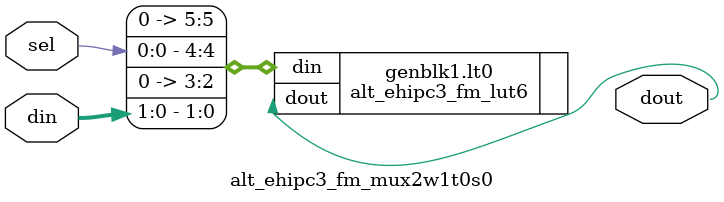
<source format=v>




`timescale 1ps/1ps

// DESCRIPTION
// 2:1 MUX of 1 bit words.  Latency 0.
// Generated by one of Gregg's toys.   Share And Enjoy.

module alt_ehipc3_fm_mux2w1t0s0 #(
    parameter SIM_EMULATE = 1'b0
) (
    input [1:0] din,
    input sel,
    output dout
);

generate
if (SIM_EMULATE) begin
    assign dout = sel ? din[1] : din[0];

end else begin
    alt_ehipc3_fm_lut6 lt0 (.din({1'b0,sel,2'b0,din}),.dout(dout));
    defparam lt0 .SIM_EMULATE = SIM_EMULATE;
    defparam lt0 .MASK = 64'hff00f0f0ccccaaaa;

end
endgenerate
endmodule

`ifdef QUESTA_INTEL_OEM
`pragma questa_oem_00 "iNcmQeM5R+2wXyQcrIvK9Aed2O3DNv4QGFTpmcaGURS3nf96+gCegtWg50e6rleWE64VT4+790Ghs95mog/VHoEYybDIGn5EoWfqpEPzBOW06ogVsMbRm79acU6L09a0INNw7swJhWgHQdzl07TrCbOuFN5j/YV4soVomm30RbpyPicKqaC/jMGdl00awWTRKYI/LlUWB2031x5qz4fwVbhj6DvZKYVLlQLmylj6M7sXACyi7uHF0rHz6TUyen8cYOukzAYM5mpRE4wmt4LCFAhEyooPbgE9z5Ko3IcapKBO4nabdAmwAQTxAoGJb0GZfMfY3TtsdOvuwUycLN6tR9IIfIivxUky2FO5flrzUennFmSMZdMG5Ht27I1cN2YizJd+2fHYKt0OiGUeUorURsIHKCf08uZNV6COGezS30Fcl9nG28Z6h7M4RWaSeDpUWr3JmKf/tsu2mRKCa3yhnB6jJpJNI8P/tygXk8Or6fzO6f5WKDLEC5MCP1FOXBflzVQ1N4ONw8rnjkAdOPMRjwaY7FeggxP0BHJ1NJov0LGczspZXTbwnPPaV+ApLhrcHnC7fiMm19y11YhMZmoqjbFnulytlfXQm2utdMDyv8bUb+Rdy4r1aezWfQF/i2MH4/qv2BWq2F28x+s+20NalFLqm+bAP5Z4dxESm1/dlPI1ESwhaGoaidDqWUmhvDUMAGrEXlRHdzoF+v20KIsTP1KbC8bu4y261McliZV2Dr7vpIqNUL7VmN57+ai6AzfL2lkAWQby9u0DhD6UctwFgptkA4pitCD3V0FWCaAPTNQ8gvqvpDgt293GGqI22h4DOing0Z9MBmK1sGPP+qb+eN+YBER4HJgUjDXWYT12KWlYy9i4o+49Zj7bEpuEbdttG+aZ3hwS3yHev/slpnKNohpPQ+/3aY6fdIUIBeEHwZsBWZ+GR3gI8CKDYJDaEOLM2IkKvfmGZoLx3qbAu7Rn/cKGfXj0HMWNeCsdJzksGijWN4t2chwF+Amyjvrymit/"
`endif
</source>
